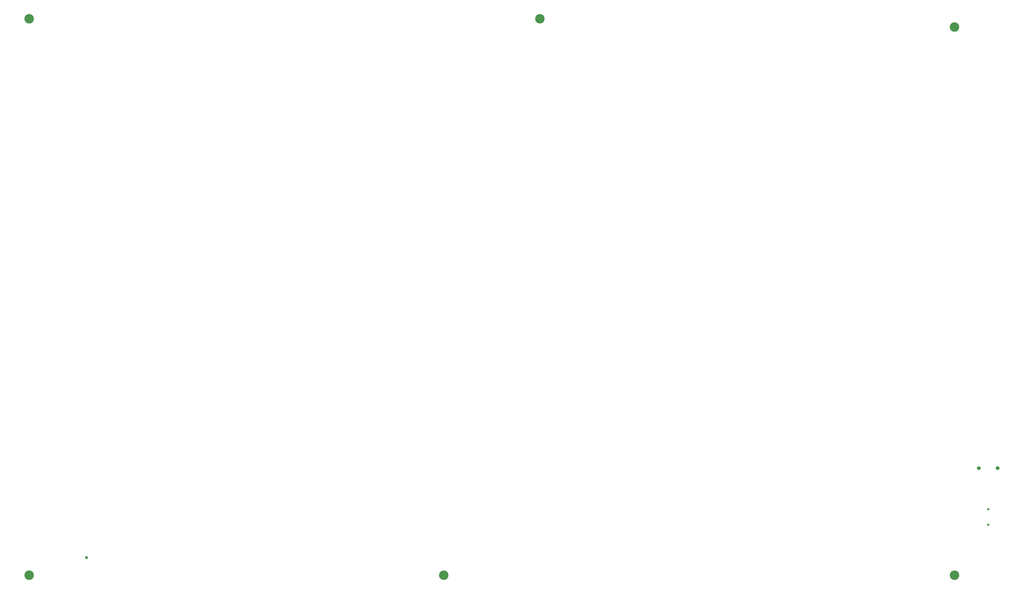
<source format=gbs>
G04 EAGLE Gerber RS-274X export*
G75*
%MOMM*%
%FSLAX34Y34*%
%LPD*%
%INSoldermask Bottom*%
%IPPOS*%
%AMOC8*
5,1,8,0,0,1.08239X$1,22.5*%
G01*
%ADD10C,3.505200*%
%ADD11C,0.853200*%
%ADD12C,1.403200*%
%ADD13C,1.103200*%


D10*
X3490000Y75000D03*
X75000Y75000D03*
D11*
X3614450Y261100D03*
X3614450Y318900D03*
D12*
X3649000Y470000D03*
X3579000Y470000D03*
D13*
X286300Y140000D03*
D10*
X1960000Y2130000D03*
X1605000Y75000D03*
X3490000Y2100000D03*
X75000Y2130000D03*
M02*

</source>
